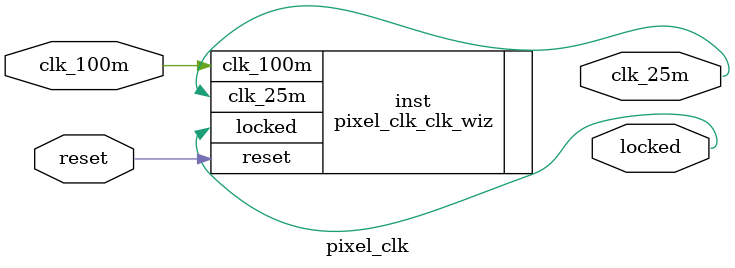
<source format=v>


`timescale 1ps/1ps

(* CORE_GENERATION_INFO = "pixel_clk,clk_wiz_v6_0_2_0_0,{component_name=pixel_clk,use_phase_alignment=true,use_min_o_jitter=false,use_max_i_jitter=false,use_dyn_phase_shift=false,use_inclk_switchover=false,use_dyn_reconfig=false,enable_axi=0,feedback_source=FDBK_AUTO,PRIMITIVE=MMCM,num_out_clk=1,clkin1_period=10.000,clkin2_period=10.000,use_power_down=false,use_reset=true,use_locked=true,use_inclk_stopped=false,feedback_type=SINGLE,CLOCK_MGR_TYPE=NA,manual_override=false}" *)

module pixel_clk 
 (
  // Clock out ports
  output        clk_25m,
  // Status and control signals
  input         reset,
  output        locked,
 // Clock in ports
  input         clk_100m
 );

  pixel_clk_clk_wiz inst
  (
  // Clock out ports  
  .clk_25m(clk_25m),
  // Status and control signals               
  .reset(reset), 
  .locked(locked),
 // Clock in ports
  .clk_100m(clk_100m)
  );

endmodule

</source>
